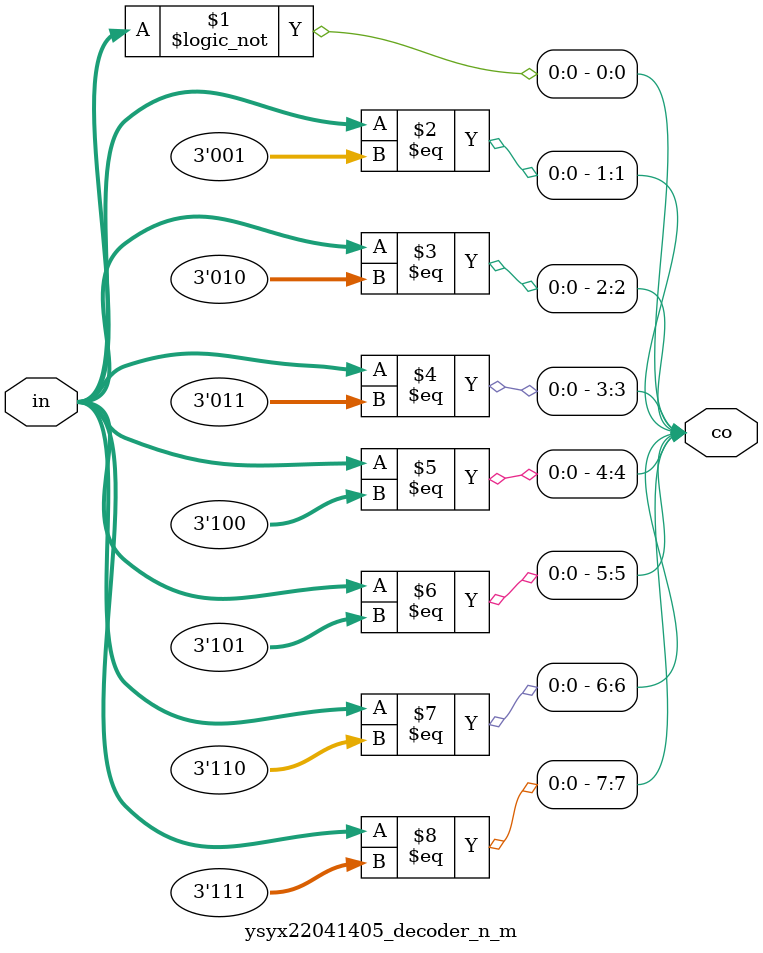
<source format=v>
module ysyx22041405_decoder_n_m#(parameter n = 3, m = 8)(
    input [n - 1: 0] in,
    output[m - 1: 0] co
);
genvar i;
generate for (i=0; i<m; i=i+1) begin : gen_for_dec_n_m
    assign co[i] = (in == i);
end endgenerate
    
endmodule //ysyx22041405_decoder_n_m

</source>
